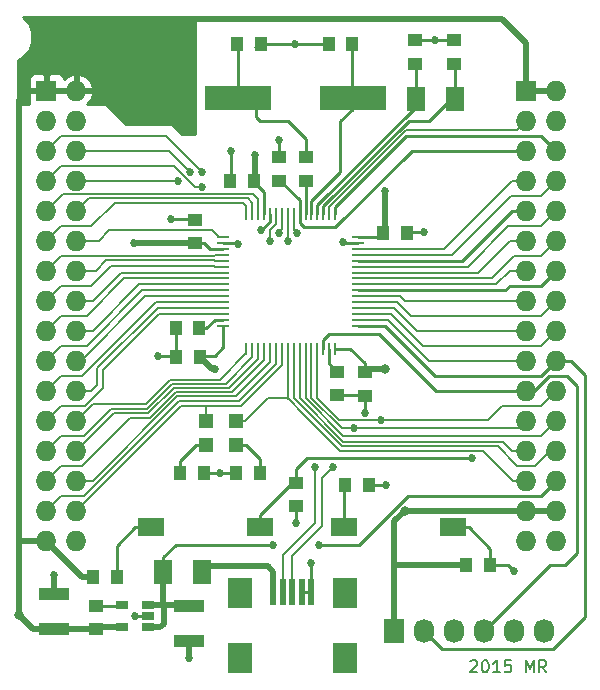
<source format=gbr>
G04 #@! TF.FileFunction,Copper,L1,Top,Signal*
%FSLAX46Y46*%
G04 Gerber Fmt 4.6, Leading zero omitted, Abs format (unit mm)*
G04 Created by KiCad (PCBNEW 4.0.0-rc2-stable) date 11/25/2015 6:29:23 PM*
%MOMM*%
G01*
G04 APERTURE LIST*
%ADD10C,0.100000*%
%ADD11C,0.203200*%
%ADD12R,0.250000X1.000000*%
%ADD13R,1.000000X0.250000*%
%ADD14R,1.198880X1.198880*%
%ADD15R,1.524000X2.032000*%
%ADD16R,2.180000X1.600000*%
%ADD17R,1.060000X0.650000*%
%ADD18R,0.500380X2.301240*%
%ADD19R,1.998980X2.499360*%
%ADD20R,1.000000X1.250000*%
%ADD21R,1.250000X1.000000*%
%ADD22R,2.500000X1.000000*%
%ADD23R,1.727200X2.032000*%
%ADD24O,1.727200X2.032000*%
%ADD25R,1.727200X1.727200*%
%ADD26O,1.727200X1.727200*%
%ADD27R,5.600700X2.100580*%
%ADD28C,0.685800*%
%ADD29C,0.838200*%
%ADD30C,0.254000*%
%ADD31C,0.508000*%
G04 APERTURE END LIST*
D10*
D11*
X90508667Y-137208381D02*
X90557048Y-137160000D01*
X90653810Y-137111619D01*
X90895714Y-137111619D01*
X90992476Y-137160000D01*
X91040857Y-137208381D01*
X91089238Y-137305143D01*
X91089238Y-137401905D01*
X91040857Y-137547048D01*
X90460286Y-138127619D01*
X91089238Y-138127619D01*
X91718191Y-137111619D02*
X91814952Y-137111619D01*
X91911714Y-137160000D01*
X91960095Y-137208381D01*
X92008476Y-137305143D01*
X92056857Y-137498667D01*
X92056857Y-137740571D01*
X92008476Y-137934095D01*
X91960095Y-138030857D01*
X91911714Y-138079238D01*
X91814952Y-138127619D01*
X91718191Y-138127619D01*
X91621429Y-138079238D01*
X91573048Y-138030857D01*
X91524667Y-137934095D01*
X91476286Y-137740571D01*
X91476286Y-137498667D01*
X91524667Y-137305143D01*
X91573048Y-137208381D01*
X91621429Y-137160000D01*
X91718191Y-137111619D01*
X93024476Y-138127619D02*
X92443905Y-138127619D01*
X92734191Y-138127619D02*
X92734191Y-137111619D01*
X92637429Y-137256762D01*
X92540667Y-137353524D01*
X92443905Y-137401905D01*
X93943714Y-137111619D02*
X93459905Y-137111619D01*
X93411524Y-137595429D01*
X93459905Y-137547048D01*
X93556667Y-137498667D01*
X93798571Y-137498667D01*
X93895333Y-137547048D01*
X93943714Y-137595429D01*
X93992095Y-137692190D01*
X93992095Y-137934095D01*
X93943714Y-138030857D01*
X93895333Y-138079238D01*
X93798571Y-138127619D01*
X93556667Y-138127619D01*
X93459905Y-138079238D01*
X93411524Y-138030857D01*
X95201619Y-138127619D02*
X95201619Y-137111619D01*
X95540285Y-137837333D01*
X95878952Y-137111619D01*
X95878952Y-138127619D01*
X96943333Y-138127619D02*
X96604667Y-137643810D01*
X96362762Y-138127619D02*
X96362762Y-137111619D01*
X96749809Y-137111619D01*
X96846571Y-137160000D01*
X96894952Y-137208381D01*
X96943333Y-137305143D01*
X96943333Y-137450286D01*
X96894952Y-137547048D01*
X96846571Y-137595429D01*
X96749809Y-137643810D01*
X96362762Y-137643810D01*
D12*
X79061000Y-99329000D03*
X78561000Y-99329000D03*
X78061000Y-99329000D03*
X77561000Y-99329000D03*
X77061000Y-99329000D03*
X76561000Y-99329000D03*
X76061000Y-99329000D03*
X75561000Y-99329000D03*
X75061000Y-99329000D03*
X74561000Y-99329000D03*
X74061000Y-99329000D03*
X73561000Y-99329000D03*
X73061000Y-99329000D03*
X72561000Y-99329000D03*
X72061000Y-99329000D03*
X71561000Y-99329000D03*
D13*
X69611000Y-101279000D03*
X69611000Y-101779000D03*
X69611000Y-102279000D03*
X69611000Y-102779000D03*
X69611000Y-103279000D03*
X69611000Y-103779000D03*
X69611000Y-104279000D03*
X69611000Y-104779000D03*
X69611000Y-105279000D03*
X69611000Y-105779000D03*
X69611000Y-106279000D03*
X69611000Y-106779000D03*
X69611000Y-107279000D03*
X69611000Y-107779000D03*
X69611000Y-108279000D03*
X69611000Y-108779000D03*
D12*
X71561000Y-110729000D03*
X72061000Y-110729000D03*
X72561000Y-110729000D03*
X73061000Y-110729000D03*
X73561000Y-110729000D03*
X74061000Y-110729000D03*
X74561000Y-110729000D03*
X75061000Y-110729000D03*
X75561000Y-110729000D03*
X76061000Y-110729000D03*
X76561000Y-110729000D03*
X77061000Y-110729000D03*
X77561000Y-110729000D03*
X78061000Y-110729000D03*
X78561000Y-110729000D03*
X79061000Y-110729000D03*
D13*
X81011000Y-108779000D03*
X81011000Y-108279000D03*
X81011000Y-107779000D03*
X81011000Y-107279000D03*
X81011000Y-106779000D03*
X81011000Y-106279000D03*
X81011000Y-105779000D03*
X81011000Y-105279000D03*
X81011000Y-104779000D03*
X81011000Y-104279000D03*
X81011000Y-103779000D03*
X81011000Y-103279000D03*
X81011000Y-102779000D03*
X81011000Y-102279000D03*
X81011000Y-101779000D03*
X81011000Y-101279000D03*
D14*
X68135500Y-116806980D03*
X68135500Y-118905020D03*
D15*
X64516000Y-129667000D03*
X67818000Y-129667000D03*
D16*
X72674430Y-125859320D03*
X63469570Y-125854680D03*
D17*
X63203000Y-134300000D03*
X63203000Y-133350000D03*
X63203000Y-132400000D03*
X61003000Y-132400000D03*
X61003000Y-134300000D03*
D18*
X73837800Y-131297680D03*
X74637900Y-131297680D03*
X75438000Y-131297680D03*
X76238100Y-131297680D03*
X77038200Y-131297680D03*
D19*
X70987920Y-131396740D03*
X70987920Y-136895840D03*
X79888080Y-131396740D03*
X79888080Y-136895840D03*
D20*
X83137500Y-100901500D03*
X85137500Y-100901500D03*
D21*
X79248000Y-112665000D03*
X79248000Y-114665000D03*
X81588768Y-112721682D03*
X81588768Y-114721682D03*
D20*
X65564000Y-108966000D03*
X67564000Y-108966000D03*
D21*
X74295000Y-96504000D03*
X74295000Y-94504000D03*
D20*
X67611500Y-111442500D03*
X65611500Y-111442500D03*
X78518000Y-84963000D03*
X80518000Y-84963000D03*
X72771000Y-84963000D03*
X70771000Y-84963000D03*
D21*
X89154000Y-84598000D03*
X89154000Y-86598000D03*
X85852000Y-84598000D03*
X85852000Y-86598000D03*
X67183000Y-101790500D03*
X67183000Y-99790500D03*
D20*
X72204875Y-96507365D03*
X70204875Y-96507365D03*
D22*
X66675000Y-132485000D03*
X66675000Y-135485000D03*
D21*
X58801000Y-134477000D03*
X58801000Y-132477000D03*
D22*
X55245000Y-134469000D03*
X55245000Y-131469000D03*
D14*
X70675500Y-116806980D03*
X70675500Y-118905020D03*
D23*
X84074000Y-134620000D03*
D24*
X86614000Y-134620000D03*
X89154000Y-134620000D03*
X91694000Y-134620000D03*
X94234000Y-134620000D03*
X96774000Y-134620000D03*
D25*
X54610000Y-88900000D03*
D26*
X57150000Y-88900000D03*
X54610000Y-91440000D03*
X57150000Y-91440000D03*
X54610000Y-93980000D03*
X57150000Y-93980000D03*
X54610000Y-96520000D03*
X57150000Y-96520000D03*
X54610000Y-99060000D03*
X57150000Y-99060000D03*
X54610000Y-101600000D03*
X57150000Y-101600000D03*
X54610000Y-104140000D03*
X57150000Y-104140000D03*
X54610000Y-106680000D03*
X57150000Y-106680000D03*
X54610000Y-109220000D03*
X57150000Y-109220000D03*
X54610000Y-111760000D03*
X57150000Y-111760000D03*
X54610000Y-114300000D03*
X57150000Y-114300000D03*
X54610000Y-116840000D03*
X57150000Y-116840000D03*
X54610000Y-119380000D03*
X57150000Y-119380000D03*
X54610000Y-121920000D03*
X57150000Y-121920000D03*
X54610000Y-124460000D03*
X57150000Y-124460000D03*
X54610000Y-127000000D03*
X57150000Y-127000000D03*
D25*
X95250000Y-88900000D03*
D26*
X97790000Y-88900000D03*
X95250000Y-91440000D03*
X97790000Y-91440000D03*
X95250000Y-93980000D03*
X97790000Y-93980000D03*
X95250000Y-96520000D03*
X97790000Y-96520000D03*
X95250000Y-99060000D03*
X97790000Y-99060000D03*
X95250000Y-101600000D03*
X97790000Y-101600000D03*
X95250000Y-104140000D03*
X97790000Y-104140000D03*
X95250000Y-106680000D03*
X97790000Y-106680000D03*
X95250000Y-109220000D03*
X97790000Y-109220000D03*
X95250000Y-111760000D03*
X97790000Y-111760000D03*
X95250000Y-114300000D03*
X97790000Y-114300000D03*
X95250000Y-116840000D03*
X97790000Y-116840000D03*
X95250000Y-119380000D03*
X97790000Y-119380000D03*
X95250000Y-121920000D03*
X97790000Y-121920000D03*
X95250000Y-124460000D03*
X97790000Y-124460000D03*
X95250000Y-127000000D03*
X97790000Y-127000000D03*
D27*
X70843140Y-89535000D03*
X80540860Y-89535000D03*
D15*
X89190869Y-89554317D03*
X85888869Y-89554317D03*
D20*
X92186000Y-129032000D03*
X90186000Y-129032000D03*
D21*
X76581000Y-94504000D03*
X76581000Y-96504000D03*
X75755500Y-122063000D03*
X75755500Y-124063000D03*
D20*
X65929000Y-121285000D03*
X67929000Y-121285000D03*
X72691500Y-121285000D03*
X70691500Y-121285000D03*
X79899000Y-122301000D03*
X81899000Y-122301000D03*
X60563000Y-130048000D03*
X58563000Y-130048000D03*
D16*
X89057430Y-125859320D03*
X79852570Y-125854680D03*
D28*
X70230998Y-93980000D03*
X75755500Y-125476000D03*
X69342000Y-121285000D03*
X77025500Y-128905000D03*
X83375500Y-122237500D03*
X62103000Y-133350000D03*
X66675000Y-136906000D03*
X55245000Y-129921000D03*
X72771000Y-100711000D03*
X70866000Y-101854000D03*
X79756000Y-101727000D03*
X87503602Y-84598000D03*
X86633229Y-100838000D03*
X81588768Y-116150232D03*
X64055122Y-111331878D03*
X65151000Y-99758500D03*
X74295000Y-93091000D03*
X75643965Y-84963000D03*
X94234000Y-129540000D03*
X83260048Y-97357054D03*
X72263008Y-94361000D03*
D29*
X84963000Y-124460000D03*
X83248500Y-112458500D03*
X66294000Y-91694000D03*
D28*
X61999538Y-90320538D03*
X61999538Y-101750538D03*
X68882738Y-112473262D03*
D29*
X52324000Y-133306000D03*
D28*
X73787000Y-127317502D03*
X77660500Y-127317500D03*
X90678000Y-120015000D03*
X75819000Y-100965000D03*
X67818000Y-95758000D03*
X75057000Y-101600000D03*
X66802000Y-95758000D03*
X74295000Y-100965000D03*
X67818000Y-97028000D03*
X73533000Y-101600000D03*
X65786000Y-96520000D03*
X82931000Y-116747133D03*
X78867000Y-120777000D03*
X77343000Y-120776994D03*
X80644980Y-117475000D03*
D30*
X70230998Y-93980000D02*
X70230998Y-96481242D01*
X70230998Y-96481242D02*
X70204875Y-96507365D01*
X70204875Y-94006125D02*
X70231000Y-93980000D01*
X75755500Y-124063000D02*
X75755500Y-125476000D01*
X67929000Y-121285000D02*
X69342000Y-121285000D01*
X70691500Y-121285000D02*
X69342000Y-121285000D01*
X77038200Y-131297680D02*
X77038200Y-128892300D01*
X77038200Y-128892300D02*
X77025500Y-128905000D01*
X67027952Y-99750538D02*
X65158962Y-99750538D01*
X65158962Y-99750538D02*
X65151000Y-99758500D01*
X82653000Y-122237500D02*
X83312000Y-122237500D01*
X81859500Y-122237500D02*
X82613500Y-122237500D01*
X88275000Y-84598000D02*
X89154000Y-84598000D01*
X63203000Y-133350000D02*
X62103000Y-133350000D01*
D31*
X66675000Y-135485000D02*
X66675000Y-136906000D01*
X55245000Y-131469000D02*
X55245000Y-129921000D01*
D30*
X73561000Y-99329000D02*
X73561000Y-99940935D01*
X73561000Y-99940935D02*
X72936090Y-100565845D01*
X69611000Y-101779000D02*
X70791000Y-101779000D01*
X70791000Y-101779000D02*
X70866000Y-101854000D01*
X81011000Y-101779000D02*
X79808000Y-101779000D01*
X79808000Y-101779000D02*
X79756000Y-101727000D01*
X87503602Y-84598000D02*
X85852000Y-84598000D01*
X88275000Y-84598000D02*
X87503602Y-84598000D01*
X76238100Y-131297680D02*
X77038200Y-131297680D01*
X85217000Y-100838000D02*
X86633229Y-100838000D01*
X81588768Y-114721682D02*
X81588768Y-116150232D01*
X81620768Y-114689682D02*
X81588768Y-114721682D01*
X79248000Y-114665000D02*
X81532086Y-114665000D01*
X81532086Y-114665000D02*
X81588768Y-114721682D01*
X65579974Y-111331878D02*
X64055122Y-111331878D01*
X65564000Y-108966000D02*
X65564000Y-111315904D01*
X65564000Y-111315904D02*
X65579974Y-111331878D01*
X74295000Y-94361000D02*
X74295000Y-93091000D01*
X75643965Y-84963000D02*
X78518000Y-84963000D01*
X72771000Y-84963000D02*
X75643965Y-84963000D01*
X72367140Y-85289140D02*
X72295000Y-85217000D01*
X67564000Y-108966000D02*
X68170000Y-108966000D01*
X68170000Y-108966000D02*
X68857000Y-108279000D01*
X68857000Y-108279000D02*
X69611000Y-108279000D01*
X67870000Y-108660000D02*
X67564000Y-108966000D01*
X95250000Y-93980000D02*
X85537922Y-93980000D01*
X85537922Y-93980000D02*
X79060922Y-100457000D01*
X79060922Y-100457000D02*
X76435000Y-100457000D01*
X76435000Y-100457000D02*
X76061000Y-100083000D01*
X76061000Y-100083000D02*
X76061000Y-99329000D01*
X74295000Y-96504000D02*
X74420000Y-96504000D01*
X76061000Y-99707000D02*
X76073000Y-99719000D01*
X76061000Y-99329000D02*
X76061000Y-99707000D01*
X93891101Y-129197101D02*
X94234000Y-129540000D01*
X93726000Y-129032000D02*
X93891101Y-129197101D01*
X92186000Y-129032000D02*
X93726000Y-129032000D01*
X89057430Y-125859320D02*
X90401430Y-125859320D01*
X90401430Y-125859320D02*
X92186000Y-127643890D01*
X92186000Y-127643890D02*
X92186000Y-128153000D01*
X92186000Y-128153000D02*
X92186000Y-129032000D01*
X76061000Y-99329000D02*
X76061000Y-98145000D01*
X76061000Y-98145000D02*
X74420000Y-96504000D01*
X78561000Y-110729000D02*
X78561000Y-111978000D01*
X78561000Y-111978000D02*
X79248000Y-112665000D01*
D31*
X83260048Y-100635952D02*
X83260048Y-97841987D01*
X83260048Y-97841987D02*
X83260048Y-97357054D01*
X83185000Y-100711000D02*
X83260048Y-100635952D01*
X72204875Y-96507365D02*
X72263000Y-96449240D01*
X72263000Y-96449240D02*
X72263000Y-94361008D01*
X72263000Y-94361008D02*
X72263008Y-94361000D01*
X84074000Y-129032000D02*
X84074000Y-134620000D01*
X84074000Y-125349000D02*
X84074000Y-129032000D01*
X90186000Y-129032000D02*
X84074000Y-129032000D01*
X84963000Y-124460000D02*
X84074000Y-125349000D01*
X95250000Y-124460000D02*
X84963000Y-124460000D01*
X95250000Y-124460000D02*
X97790000Y-124460000D01*
X68882738Y-112473262D02*
X68642262Y-112473262D01*
X68642262Y-112473262D02*
X67611500Y-111442500D01*
X81915000Y-112458500D02*
X82655804Y-112458500D01*
X81661000Y-112712500D02*
X81915000Y-112458500D01*
X82655804Y-112458500D02*
X83248500Y-112458500D01*
D30*
X81011000Y-101279000D02*
X82617000Y-101279000D01*
X82617000Y-101279000D02*
X83185000Y-100711000D01*
D31*
X54610000Y-127000000D02*
X57658000Y-130048000D01*
X57658000Y-130048000D02*
X58563000Y-130048000D01*
X94488000Y-124460000D02*
X95250000Y-124460000D01*
X95250000Y-88900000D02*
X95250000Y-84836000D01*
X95250000Y-84836000D02*
X93218000Y-82804000D01*
X93218000Y-82804000D02*
X67310000Y-82804000D01*
X67310000Y-82804000D02*
X66040000Y-84074000D01*
X97790000Y-88900000D02*
X95250000Y-88900000D01*
X64741952Y-101750538D02*
X61999538Y-101750538D01*
X67027952Y-101750538D02*
X64741952Y-101750538D01*
X67595974Y-111347878D02*
X67579974Y-111331878D01*
X52324000Y-133306000D02*
X52324000Y-126973589D01*
X52324000Y-126973589D02*
X52324000Y-89662000D01*
X54610000Y-127000000D02*
X52350411Y-127000000D01*
X52350411Y-127000000D02*
X52324000Y-126973589D01*
X54610000Y-88900000D02*
X57150000Y-88900000D01*
X55245000Y-134469000D02*
X53487000Y-134469000D01*
X53487000Y-134469000D02*
X52324000Y-133306000D01*
X52324000Y-89662000D02*
X53086000Y-88900000D01*
X53086000Y-88900000D02*
X54610000Y-88900000D01*
X61003000Y-134300000D02*
X58978000Y-134300000D01*
D30*
X58978000Y-134300000D02*
X58801000Y-134477000D01*
D31*
X55245000Y-134469000D02*
X58793000Y-134469000D01*
D30*
X58793000Y-134469000D02*
X58801000Y-134477000D01*
X79061000Y-110729000D02*
X80350086Y-110729000D01*
X80350086Y-110729000D02*
X81588768Y-111967682D01*
X81588768Y-111967682D02*
X81588768Y-112721682D01*
X69611000Y-108779000D02*
X69611000Y-110602000D01*
X69611000Y-110602000D02*
X68881122Y-111331878D01*
X68881122Y-111331878D02*
X67579974Y-111331878D01*
X73061000Y-99329000D02*
X73061000Y-97488490D01*
X73061000Y-97488490D02*
X72204875Y-96632365D01*
X72204875Y-96632365D02*
X72204875Y-96507365D01*
X68497000Y-102279000D02*
X67968538Y-101750538D01*
X67968538Y-101750538D02*
X67027952Y-101750538D01*
X69611000Y-102279000D02*
X68497000Y-102279000D01*
X77061000Y-99329000D02*
X77061000Y-98199000D01*
X77061000Y-98199000D02*
X79502000Y-95758000D01*
X79502000Y-95758000D02*
X79502000Y-91440000D01*
X79502000Y-91440000D02*
X80540860Y-90401140D01*
X80540860Y-90401140D02*
X80540860Y-89535000D01*
X80518000Y-89639140D02*
X80518000Y-85090000D01*
X72367140Y-89789000D02*
X72367140Y-91093290D01*
X72367140Y-91093290D02*
X72713850Y-91440000D01*
X75057000Y-91440000D02*
X76581000Y-92964000D01*
X72713850Y-91440000D02*
X75057000Y-91440000D01*
X76581000Y-92964000D02*
X76581000Y-94869000D01*
X70843140Y-89535000D02*
X70843140Y-85035140D01*
X78061000Y-99329000D02*
X78061000Y-98661340D01*
X78061000Y-98661340D02*
X85282340Y-91440000D01*
X85282340Y-91440000D02*
X86995000Y-91440000D01*
X86995000Y-91440000D02*
X88880683Y-89554317D01*
X88880683Y-89554317D02*
X89190869Y-89554317D01*
X89190869Y-89554317D02*
X89190869Y-86634869D01*
X89190869Y-86634869D02*
X89154000Y-86598000D01*
X89662000Y-89517448D02*
X89698869Y-89554317D01*
X85888869Y-90247131D02*
X85888869Y-89554317D01*
X77561000Y-98575000D02*
X85888869Y-90247131D01*
X77561000Y-99329000D02*
X77561000Y-98575000D01*
X85888869Y-89554317D02*
X85888869Y-86634869D01*
X85888869Y-86634869D02*
X85852000Y-86598000D01*
X86360000Y-89517448D02*
X86396869Y-89554317D01*
X64516000Y-129667000D02*
X64516000Y-128397000D01*
X65595498Y-127317502D02*
X73302067Y-127317502D01*
X64516000Y-128397000D02*
X65595498Y-127317502D01*
X73302067Y-127317502D02*
X73787000Y-127317502D01*
X78145433Y-127317500D02*
X77660500Y-127317500D01*
X81071718Y-127317500D02*
X78145433Y-127317500D01*
X85199218Y-123190000D02*
X81071718Y-127317500D01*
X96520000Y-123190000D02*
X85199218Y-123190000D01*
X97790000Y-121920000D02*
X96520000Y-123190000D01*
D31*
X64539000Y-132400000D02*
X64516000Y-132377000D01*
X64516000Y-132377000D02*
X64516000Y-129667000D01*
X63203000Y-132400000D02*
X64539000Y-132400000D01*
X64539000Y-134002000D02*
X64539000Y-132400000D01*
X64539000Y-132400000D02*
X66590000Y-132400000D01*
X63203000Y-134300000D02*
X64241000Y-134300000D01*
X64241000Y-134300000D02*
X64539000Y-134002000D01*
X66590000Y-132400000D02*
X66675000Y-132485000D01*
D30*
X58801000Y-132477000D02*
X60926000Y-132477000D01*
X60926000Y-132477000D02*
X61003000Y-132400000D01*
D11*
X69611000Y-107279000D02*
X64044000Y-107279000D01*
X64044000Y-107279000D02*
X58928000Y-112395000D01*
X58928000Y-112395000D02*
X58928000Y-113792000D01*
X58928000Y-113792000D02*
X58420000Y-114300000D01*
X58420000Y-114300000D02*
X57150000Y-114300000D01*
D30*
X68135500Y-118905020D02*
X67282060Y-118905020D01*
X67282060Y-118905020D02*
X65929000Y-120258080D01*
X65929000Y-120258080D02*
X65929000Y-120406000D01*
X65929000Y-120406000D02*
X65929000Y-121285000D01*
D31*
X73837800Y-131297680D02*
X73837800Y-129639060D01*
X73837800Y-129639060D02*
X73357740Y-129159000D01*
X73357740Y-129159000D02*
X68326000Y-129159000D01*
X68326000Y-129159000D02*
X67818000Y-129667000D01*
D11*
X55473599Y-115976401D02*
X54610000Y-116840000D01*
X55880000Y-115570000D02*
X55473599Y-115976401D01*
X59436000Y-114051092D02*
X57917092Y-115570000D01*
X59436000Y-112522000D02*
X59436000Y-114051092D01*
X64179000Y-107779000D02*
X59436000Y-112522000D01*
X69611000Y-107779000D02*
X64179000Y-107779000D01*
X57917092Y-115570000D02*
X55880000Y-115570000D01*
D30*
X70675500Y-118905020D02*
X71528940Y-118905020D01*
X71528940Y-118905020D02*
X72691500Y-120067580D01*
X72691500Y-120067580D02*
X72691500Y-120406000D01*
X72691500Y-120406000D02*
X72691500Y-121285000D01*
X97790000Y-111760000D02*
X99011314Y-111760000D01*
X97536000Y-136144000D02*
X88138000Y-136144000D01*
X99011314Y-111760000D02*
X100203000Y-112951686D01*
X100203000Y-112951686D02*
X100203000Y-133477000D01*
X100203000Y-133477000D02*
X97536000Y-136144000D01*
X88138000Y-136144000D02*
X86614000Y-134620000D01*
X86614000Y-134620000D02*
X86868000Y-134874000D01*
X87503000Y-113030000D02*
X96520000Y-113030000D01*
X96520000Y-113030000D02*
X97790000Y-111760000D01*
X83252000Y-108779000D02*
X87503000Y-113030000D01*
X81011000Y-108779000D02*
X83252000Y-108779000D01*
X91694000Y-134620000D02*
X97282000Y-129032000D01*
X97282000Y-129032000D02*
X98552000Y-129032000D01*
X98552000Y-129032000D02*
X99568000Y-128016000D01*
X99568000Y-128016000D02*
X99568000Y-113919000D01*
X99568000Y-113919000D02*
X98679000Y-113030000D01*
X98679000Y-113030000D02*
X97155000Y-113030000D01*
X97155000Y-113030000D02*
X95885000Y-114300000D01*
X95885000Y-114300000D02*
X95250000Y-114300000D01*
X78061000Y-110729000D02*
X78061000Y-109975000D01*
X78061000Y-109975000D02*
X78562000Y-109474000D01*
X87630000Y-114300000D02*
X95250000Y-114300000D01*
X78562000Y-109474000D02*
X82804000Y-109474000D01*
X82804000Y-109474000D02*
X87630000Y-114300000D01*
X97790000Y-104140000D02*
X96520000Y-105410000D01*
X96520000Y-105410000D02*
X93853000Y-105410000D01*
X93853000Y-105410000D02*
X93484000Y-105779000D01*
X93484000Y-105779000D02*
X81011000Y-105779000D01*
D11*
X94234000Y-102870000D02*
X96520000Y-102870000D01*
X96520000Y-102870000D02*
X97790000Y-101600000D01*
X92325000Y-104779000D02*
X94234000Y-102870000D01*
X81011000Y-104779000D02*
X92325000Y-104779000D01*
X91174000Y-104279000D02*
X93853000Y-101600000D01*
X93853000Y-101600000D02*
X95250000Y-101600000D01*
X81011000Y-104279000D02*
X91174000Y-104279000D01*
X81011000Y-103779000D02*
X90277000Y-103779000D01*
X90277000Y-103779000D02*
X93726000Y-100330000D01*
X93726000Y-100330000D02*
X96520000Y-100330000D01*
X96520000Y-100330000D02*
X97790000Y-99060000D01*
D30*
X72674430Y-125859320D02*
X72674430Y-124805320D01*
X72674430Y-124805320D02*
X75416750Y-122063000D01*
X75416750Y-122063000D02*
X75755500Y-122063000D01*
X90678000Y-120015000D02*
X76644500Y-120015000D01*
X76644500Y-120015000D02*
X75755500Y-120904000D01*
X75755500Y-120904000D02*
X75755500Y-122063000D01*
X95250000Y-99060000D02*
X94028686Y-99060000D01*
X94028686Y-99060000D02*
X89809686Y-103279000D01*
X89809686Y-103279000D02*
X81011000Y-103279000D01*
D11*
X97790000Y-96520000D02*
X96520000Y-97790000D01*
X93980000Y-97790000D02*
X88991000Y-102779000D01*
X88991000Y-102779000D02*
X81011000Y-102779000D01*
X96520000Y-97790000D02*
X93980000Y-97790000D01*
X95250000Y-96520000D02*
X94028686Y-96520000D01*
X88269686Y-102279000D02*
X81011000Y-102279000D01*
X94028686Y-96520000D02*
X88269686Y-102279000D01*
X95250000Y-91440000D02*
X94488000Y-92202000D01*
X94488000Y-92202000D02*
X85059170Y-92202000D01*
X85059170Y-92202000D02*
X78561000Y-98700170D01*
X78561000Y-98700170D02*
X78561000Y-99329000D01*
X54610000Y-93980000D02*
X55880000Y-92710000D01*
X55880000Y-92710000D02*
X64770000Y-92710000D01*
X64770000Y-92710000D02*
X64922399Y-92862399D01*
X64922399Y-92862399D02*
X67818000Y-95758000D01*
X75692000Y-100838000D02*
X75561000Y-100707000D01*
X75561000Y-100707000D02*
X75561000Y-99329000D01*
X65024000Y-93980000D02*
X66802000Y-95758000D01*
X75061000Y-99329000D02*
X75061000Y-101596000D01*
X75061000Y-101596000D02*
X75057000Y-101600000D01*
X57150000Y-93980000D02*
X65024000Y-93980000D01*
X65410586Y-95250000D02*
X67188586Y-97028000D01*
X67188586Y-97028000D02*
X67818000Y-97028000D01*
X74295000Y-100838000D02*
X74561000Y-100572000D01*
X74561000Y-100572000D02*
X74561000Y-100445000D01*
X74295000Y-100965000D02*
X74295000Y-100838000D01*
X74561000Y-100445000D02*
X74561000Y-99329000D01*
X55880000Y-95250000D02*
X65410586Y-95250000D01*
X54610000Y-96520000D02*
X55880000Y-95250000D01*
X74061000Y-100032200D02*
X74061000Y-100188586D01*
X74061000Y-100188586D02*
X73533000Y-100716586D01*
X73533000Y-101600000D02*
X73533000Y-100716586D01*
X74061000Y-100061586D02*
X74061000Y-100032200D01*
X74061000Y-100032200D02*
X74061000Y-99329000D01*
X57150000Y-96520000D02*
X65786000Y-96520000D01*
X72561000Y-99329000D02*
X72561000Y-98088000D01*
X72110601Y-97637601D02*
X56032399Y-97637601D01*
X72561000Y-98088000D02*
X72110601Y-97637601D01*
X56032399Y-97637601D02*
X55473599Y-98196401D01*
X55473599Y-98196401D02*
X54610000Y-99060000D01*
X71704211Y-97993211D02*
X58216789Y-97993211D01*
X58216789Y-97993211D02*
X57150000Y-99060000D01*
X72061000Y-98350000D02*
X71704211Y-97993211D01*
X72061000Y-99329000D02*
X72061000Y-98350000D01*
X58420000Y-100330000D02*
X55880000Y-100330000D01*
X55880000Y-100330000D02*
X54610000Y-101600000D01*
X60401179Y-98348821D02*
X58420000Y-100330000D01*
X71284021Y-98348821D02*
X60401179Y-98348821D01*
X71561000Y-99329000D02*
X71561000Y-98625800D01*
X71561000Y-98625800D02*
X71284021Y-98348821D01*
X59944000Y-100711000D02*
X59055000Y-101600000D01*
X59055000Y-101600000D02*
X57150000Y-101600000D01*
X68668000Y-100711000D02*
X59944000Y-100711000D01*
X69611000Y-101279000D02*
X69236000Y-101279000D01*
X69236000Y-101279000D02*
X68668000Y-100711000D01*
X69611000Y-102779000D02*
X68907800Y-102779000D01*
X68907800Y-102779000D02*
X68816800Y-102870000D01*
X68816800Y-102870000D02*
X55880000Y-102870000D01*
X55880000Y-102870000D02*
X54610000Y-104140000D01*
X59690000Y-103251000D02*
X58801000Y-104140000D01*
X58801000Y-104140000D02*
X57150000Y-104140000D01*
X68879800Y-103251000D02*
X59690000Y-103251000D01*
X69611000Y-103279000D02*
X68907800Y-103279000D01*
X68907800Y-103279000D02*
X68879800Y-103251000D01*
X58420000Y-105410000D02*
X55880000Y-105410000D01*
X55880000Y-105410000D02*
X54610000Y-106680000D01*
X60071000Y-103759000D02*
X58420000Y-105410000D01*
X68887800Y-103759000D02*
X60071000Y-103759000D01*
X69611000Y-103779000D02*
X68907800Y-103779000D01*
X68907800Y-103779000D02*
X68887800Y-103759000D01*
X60948000Y-104279000D02*
X58547000Y-106680000D01*
X58547000Y-106680000D02*
X57150000Y-106680000D01*
X69611000Y-104279000D02*
X60948000Y-104279000D01*
X58039000Y-107950000D02*
X55880000Y-107950000D01*
X55880000Y-107950000D02*
X54610000Y-109220000D01*
X61214000Y-104775000D02*
X58039000Y-107950000D01*
X68903800Y-104775000D02*
X61214000Y-104775000D01*
X69611000Y-104779000D02*
X68907800Y-104779000D01*
X68907800Y-104779000D02*
X68903800Y-104775000D01*
X62484000Y-105283000D02*
X58547000Y-109220000D01*
X58547000Y-109220000D02*
X57150000Y-109220000D01*
X69342000Y-105283000D02*
X62484000Y-105283000D01*
X69611000Y-105279000D02*
X69346000Y-105279000D01*
X69346000Y-105279000D02*
X69342000Y-105283000D01*
X58039000Y-110490000D02*
X55880000Y-110490000D01*
X55880000Y-110490000D02*
X54610000Y-111760000D01*
X62750000Y-105779000D02*
X58039000Y-110490000D01*
X69611000Y-105779000D02*
X62750000Y-105779000D01*
X69611000Y-106279000D02*
X63012000Y-106279000D01*
X63012000Y-106279000D02*
X57531000Y-111760000D01*
X57531000Y-111760000D02*
X57150000Y-111760000D01*
X57658000Y-113030000D02*
X55880000Y-113030000D01*
X55880000Y-113030000D02*
X54610000Y-114300000D01*
X63909000Y-106779000D02*
X57658000Y-113030000D01*
X69611000Y-106779000D02*
X63909000Y-106779000D01*
X92714000Y-105279000D02*
X93853000Y-104140000D01*
X93853000Y-104140000D02*
X95250000Y-104140000D01*
X81011000Y-105279000D02*
X92714000Y-105279000D01*
X84562000Y-106279000D02*
X84963000Y-106680000D01*
X84963000Y-106680000D02*
X95250000Y-106680000D01*
X81011000Y-106279000D02*
X84562000Y-106279000D01*
X85471000Y-107950000D02*
X84300000Y-106779000D01*
X84300000Y-106779000D02*
X81011000Y-106779000D01*
X96520000Y-107950000D02*
X85471000Y-107950000D01*
X97790000Y-106680000D02*
X96520000Y-107950000D01*
X85979000Y-109220000D02*
X95250000Y-109220000D01*
X84038000Y-107279000D02*
X85979000Y-109220000D01*
X81011000Y-107279000D02*
X84038000Y-107279000D01*
X97790000Y-109220000D02*
X96520000Y-110490000D01*
X96520000Y-110490000D02*
X86487000Y-110490000D01*
X86487000Y-110490000D02*
X83776000Y-107779000D01*
X83776000Y-107779000D02*
X81011000Y-107779000D01*
X86995000Y-111760000D02*
X95250000Y-111760000D01*
X83514000Y-108279000D02*
X86995000Y-111760000D01*
X81011000Y-108279000D02*
X83514000Y-108279000D01*
X82931000Y-116747133D02*
X92040867Y-116747133D01*
X81145743Y-116747133D02*
X82931000Y-116747133D01*
X75438000Y-131297680D02*
X75438000Y-128270000D01*
X75438000Y-128270000D02*
X77978000Y-125730000D01*
X77978000Y-121666000D02*
X78867000Y-120777000D01*
X77978000Y-121666000D02*
X77978000Y-125730000D01*
X79404041Y-116747133D02*
X81145743Y-116747133D01*
X93218000Y-115570000D02*
X96520000Y-115570000D01*
X96520000Y-115570000D02*
X97790000Y-114300000D01*
X92040867Y-116747133D02*
X93218000Y-115570000D01*
X77561000Y-114904092D02*
X79404041Y-116747133D01*
X77561000Y-110729000D02*
X77561000Y-114904092D01*
X77343000Y-121261927D02*
X77343000Y-120776994D01*
X74637900Y-128181100D02*
X77343000Y-125476000D01*
X74637900Y-131297680D02*
X74637900Y-128181100D01*
X77343000Y-125476000D02*
X77343000Y-121261927D01*
X80160047Y-117475000D02*
X80644980Y-117475000D01*
X79629000Y-117475000D02*
X80160047Y-117475000D01*
X77061000Y-114907000D02*
X79629000Y-117475000D01*
X77061000Y-110729000D02*
X77061000Y-114907000D01*
X95250000Y-116840000D02*
X94615000Y-117475000D01*
X94615000Y-117475000D02*
X80645000Y-117475000D01*
X74676000Y-131259580D02*
X74637900Y-131297680D01*
X96520000Y-118110000D02*
X79756000Y-118110000D01*
X97790000Y-116840000D02*
X96520000Y-118110000D01*
X79756000Y-118110000D02*
X76561000Y-114915000D01*
X76561000Y-114915000D02*
X76561000Y-110729000D01*
X76061000Y-114923000D02*
X79756000Y-118618000D01*
X79756000Y-118618000D02*
X93266686Y-118618000D01*
X94028686Y-119380000D02*
X95250000Y-119380000D01*
X76061000Y-110729000D02*
X76061000Y-114923000D01*
X93266686Y-118618000D02*
X94028686Y-119380000D01*
X97409000Y-118999000D02*
X97790000Y-119380000D01*
X94488000Y-120650000D02*
X96012000Y-120650000D01*
X75561000Y-110729000D02*
X75561000Y-114936092D01*
X79623908Y-118999000D02*
X92837000Y-118999000D01*
X92837000Y-118999000D02*
X94488000Y-120650000D01*
X96012000Y-120650000D02*
X97409000Y-119253000D01*
X75561000Y-114936092D02*
X79623908Y-118999000D01*
X97409000Y-119253000D02*
X97409000Y-118999000D01*
X70675500Y-116806980D02*
X71478140Y-116806980D01*
X71478140Y-116806980D02*
X73346120Y-114939000D01*
X73346120Y-114939000D02*
X75061000Y-114939000D01*
X75057000Y-114943000D02*
X75061000Y-114939000D01*
X91567000Y-119380000D02*
X94107000Y-121920000D01*
X79502000Y-119380000D02*
X91567000Y-119380000D01*
X76447579Y-116325579D02*
X79502000Y-119380000D01*
X94107000Y-121920000D02*
X95250000Y-121920000D01*
X75061000Y-114939000D02*
X76447579Y-116325579D01*
X75061000Y-110729000D02*
X75061000Y-114939000D01*
X71120000Y-115570000D02*
X68135500Y-115570000D01*
X68135500Y-115570000D02*
X66040000Y-115570000D01*
X68135500Y-116806980D02*
X68135500Y-115570000D01*
X74561000Y-110729000D02*
X74561000Y-111432200D01*
X74561000Y-111432200D02*
X74549000Y-111444200D01*
X74549000Y-111444200D02*
X74549000Y-112141000D01*
X74549000Y-112141000D02*
X71120000Y-115570000D01*
X66040000Y-115570000D02*
X57150000Y-124460000D01*
X74061000Y-110729000D02*
X74061000Y-111994000D01*
X74061000Y-111994000D02*
X70929500Y-115125500D01*
X70929500Y-115125500D02*
X65849500Y-115125500D01*
X65849500Y-115125500D02*
X57785000Y-123190000D01*
X57785000Y-123190000D02*
X55880000Y-123190000D01*
X55880000Y-123190000D02*
X54610000Y-124460000D01*
X58552091Y-121920000D02*
X58371314Y-121920000D01*
X65702202Y-114769889D02*
X58552091Y-121920000D01*
X73561000Y-111859000D02*
X70650111Y-114769889D01*
X70650111Y-114769889D02*
X65702202Y-114769889D01*
X73561000Y-110729000D02*
X73561000Y-111859000D01*
X58371314Y-121920000D02*
X57150000Y-121920000D01*
X73061000Y-110729000D02*
X73061000Y-111724000D01*
X63383182Y-116586000D02*
X61722000Y-116586000D01*
X55473599Y-121056401D02*
X54610000Y-121920000D01*
X65554904Y-114414278D02*
X63383182Y-116586000D01*
X70370722Y-114414278D02*
X65554904Y-114414278D01*
X55880000Y-120650000D02*
X55473599Y-121056401D01*
X57658000Y-120650000D02*
X55880000Y-120650000D01*
X61722000Y-116586000D02*
X57658000Y-120650000D01*
X73061000Y-111724000D02*
X70370722Y-114414278D01*
X70091333Y-114058667D02*
X65407606Y-114058667D01*
X58013599Y-118516401D02*
X57150000Y-119380000D01*
X72561000Y-110729000D02*
X72561000Y-111589000D01*
X60325000Y-116205000D02*
X58013599Y-118516401D01*
X72561000Y-111589000D02*
X70091333Y-114058667D01*
X63261273Y-116205000D02*
X60325000Y-116205000D01*
X65407606Y-114058667D02*
X63261273Y-116205000D01*
X65260308Y-113703056D02*
X63139364Y-115824000D01*
X55880000Y-118110000D02*
X55473599Y-118516401D01*
X72061000Y-110729000D02*
X72061000Y-111432200D01*
X72061000Y-111432200D02*
X69790144Y-113703056D01*
X55473599Y-118516401D02*
X54610000Y-119380000D01*
X69790144Y-113703056D02*
X65260308Y-113703056D01*
X60071000Y-115824000D02*
X57785000Y-118110000D01*
X57785000Y-118110000D02*
X55880000Y-118110000D01*
X63139364Y-115824000D02*
X60071000Y-115824000D01*
X58013599Y-115976401D02*
X57150000Y-116840000D01*
X58547055Y-115442945D02*
X58013599Y-115976401D01*
X65113010Y-113347445D02*
X63017510Y-115442945D01*
X69317555Y-113347445D02*
X65113010Y-113347445D01*
X71561000Y-111104000D02*
X69317555Y-113347445D01*
X71561000Y-110729000D02*
X71561000Y-111104000D01*
X63017510Y-115442945D02*
X58547055Y-115442945D01*
D30*
X76561000Y-99329000D02*
X76561000Y-96789000D01*
X76561000Y-96789000D02*
X76581000Y-96769000D01*
X97790000Y-93980000D02*
X96520000Y-92710000D01*
X96520000Y-92710000D02*
X85090000Y-92710000D01*
X85090000Y-92710000D02*
X79061000Y-98739000D01*
X79061000Y-98739000D02*
X79061000Y-99329000D01*
X79852570Y-125854680D02*
X79852570Y-122474430D01*
X79852570Y-122474430D02*
X79899000Y-122428000D01*
X63469570Y-125854680D02*
X62125570Y-125854680D01*
X62125570Y-125854680D02*
X60563000Y-127417250D01*
X60563000Y-127417250D02*
X60563000Y-129169000D01*
X60563000Y-129169000D02*
X60563000Y-130048000D01*
G36*
X67183000Y-92583000D02*
X66092606Y-92583000D01*
X65240803Y-91731197D01*
X65198789Y-91703334D01*
X65151000Y-91694000D01*
X61393606Y-91694000D01*
X59779803Y-90080197D01*
X59737789Y-90052334D01*
X59690000Y-90043000D01*
X58096743Y-90043000D01*
X58432688Y-89674947D01*
X58604958Y-89259026D01*
X58483817Y-89027000D01*
X57277000Y-89027000D01*
X57277000Y-89047000D01*
X57023000Y-89047000D01*
X57023000Y-89027000D01*
X54737000Y-89027000D01*
X54737000Y-89047000D01*
X54483000Y-89047000D01*
X54483000Y-89027000D01*
X53270150Y-89027000D01*
X53111400Y-89185750D01*
X53111400Y-89889910D01*
X53174812Y-90043000D01*
X52197000Y-90043000D01*
X52197000Y-87910090D01*
X53111400Y-87910090D01*
X53111400Y-88614250D01*
X53270150Y-88773000D01*
X54483000Y-88773000D01*
X54483000Y-87560150D01*
X54737000Y-87560150D01*
X54737000Y-88773000D01*
X57023000Y-88773000D01*
X57023000Y-87565531D01*
X57277000Y-87565531D01*
X57277000Y-88773000D01*
X58483817Y-88773000D01*
X58604958Y-88540974D01*
X58432688Y-88125053D01*
X58038490Y-87693179D01*
X57509027Y-87445032D01*
X57277000Y-87565531D01*
X57023000Y-87565531D01*
X56790973Y-87445032D01*
X56261510Y-87693179D01*
X56094529Y-87876119D01*
X56011927Y-87676701D01*
X55833298Y-87498073D01*
X55599909Y-87401400D01*
X54895750Y-87401400D01*
X54737000Y-87560150D01*
X54483000Y-87560150D01*
X54324250Y-87401400D01*
X53620091Y-87401400D01*
X53386702Y-87498073D01*
X53208073Y-87676701D01*
X53111400Y-87910090D01*
X52197000Y-87910090D01*
X52197000Y-86270746D01*
X52515800Y-86139020D01*
X53116909Y-85538959D01*
X53442628Y-84754541D01*
X53443370Y-83905185D01*
X53119020Y-83120200D01*
X52676593Y-82677000D01*
X67183000Y-82677000D01*
X67183000Y-92583000D01*
X67183000Y-92583000D01*
G37*
X67183000Y-92583000D02*
X66092606Y-92583000D01*
X65240803Y-91731197D01*
X65198789Y-91703334D01*
X65151000Y-91694000D01*
X61393606Y-91694000D01*
X59779803Y-90080197D01*
X59737789Y-90052334D01*
X59690000Y-90043000D01*
X58096743Y-90043000D01*
X58432688Y-89674947D01*
X58604958Y-89259026D01*
X58483817Y-89027000D01*
X57277000Y-89027000D01*
X57277000Y-89047000D01*
X57023000Y-89047000D01*
X57023000Y-89027000D01*
X54737000Y-89027000D01*
X54737000Y-89047000D01*
X54483000Y-89047000D01*
X54483000Y-89027000D01*
X53270150Y-89027000D01*
X53111400Y-89185750D01*
X53111400Y-89889910D01*
X53174812Y-90043000D01*
X52197000Y-90043000D01*
X52197000Y-87910090D01*
X53111400Y-87910090D01*
X53111400Y-88614250D01*
X53270150Y-88773000D01*
X54483000Y-88773000D01*
X54483000Y-87560150D01*
X54737000Y-87560150D01*
X54737000Y-88773000D01*
X57023000Y-88773000D01*
X57023000Y-87565531D01*
X57277000Y-87565531D01*
X57277000Y-88773000D01*
X58483817Y-88773000D01*
X58604958Y-88540974D01*
X58432688Y-88125053D01*
X58038490Y-87693179D01*
X57509027Y-87445032D01*
X57277000Y-87565531D01*
X57023000Y-87565531D01*
X56790973Y-87445032D01*
X56261510Y-87693179D01*
X56094529Y-87876119D01*
X56011927Y-87676701D01*
X55833298Y-87498073D01*
X55599909Y-87401400D01*
X54895750Y-87401400D01*
X54737000Y-87560150D01*
X54483000Y-87560150D01*
X54324250Y-87401400D01*
X53620091Y-87401400D01*
X53386702Y-87498073D01*
X53208073Y-87676701D01*
X53111400Y-87910090D01*
X52197000Y-87910090D01*
X52197000Y-86270746D01*
X52515800Y-86139020D01*
X53116909Y-85538959D01*
X53442628Y-84754541D01*
X53443370Y-83905185D01*
X53119020Y-83120200D01*
X52676593Y-82677000D01*
X67183000Y-82677000D01*
X67183000Y-92583000D01*
M02*

</source>
